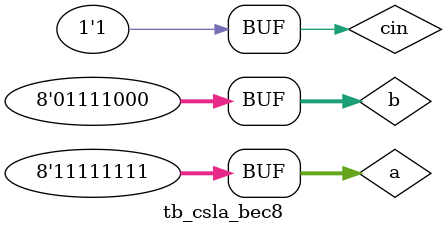
<source format=v>
module csla_bec8(a,b,cin,sum,cout);
input [7:0] a,b;
input cin;
output [7:0] sum;
output cout;
wire cout_rca4;

rca4_1 r1(a[3:0],b[3:0],cin,sum[3:0],cout_rca4);
group4 g1(a[7:4],b[7:4],cout_rca4,sum[7:4],cout);

endmodule

module tb_csla_bec8;
reg [7:0] a,b;
reg cin;
wire [7:0] sum;
wire cout;
parameter stop_time=200;

csla_bec8 c1(a,b,cin,sum,cout);

initial begin
a=8'h01;
b=8'h56;
cin=0;
#20 b=8'hFE;
#20 a=8'hAB;
#20 b=8'hFF;
#20 a=8'hFF;
#20 b=8'h78;
#20 cin=1;
end
endmodule



</source>
